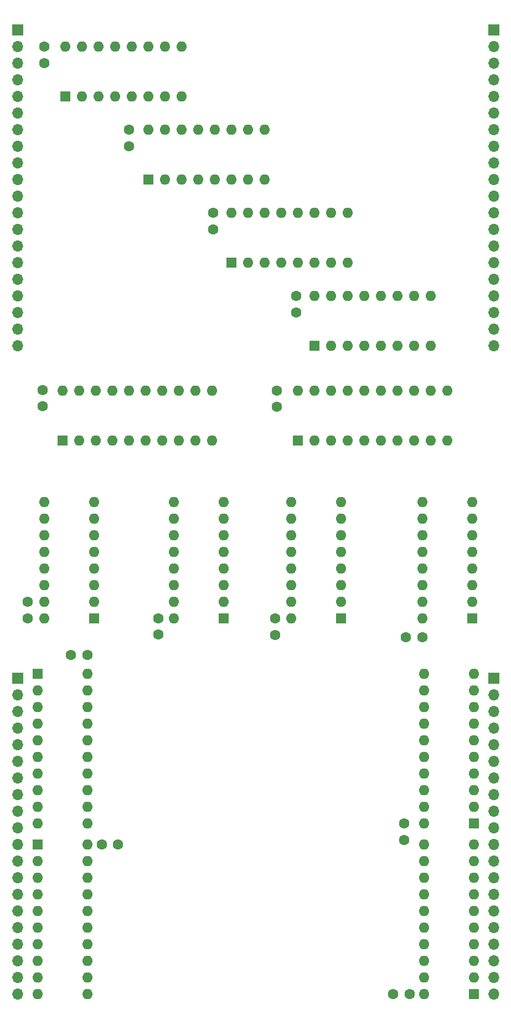
<source format=gbr>
%TF.GenerationSoftware,KiCad,Pcbnew,7.0.6-0*%
%TF.CreationDate,2023-08-04T10:28:54-07:00*%
%TF.ProjectId,V503,56353033-2e6b-4696-9361-645f70636258,rev?*%
%TF.SameCoordinates,Original*%
%TF.FileFunction,Soldermask,Bot*%
%TF.FilePolarity,Negative*%
%FSLAX46Y46*%
G04 Gerber Fmt 4.6, Leading zero omitted, Abs format (unit mm)*
G04 Created by KiCad (PCBNEW 7.0.6-0) date 2023-08-04 10:28:54*
%MOMM*%
%LPD*%
G01*
G04 APERTURE LIST*
%ADD10R,1.600000X1.600000*%
%ADD11O,1.600000X1.600000*%
%ADD12C,1.600000*%
%ADD13R,1.700000X1.700000*%
%ADD14O,1.700000X1.700000*%
G04 APERTURE END LIST*
D10*
%TO.C,U4*%
X56388000Y-53975000D03*
D11*
X58928000Y-53975000D03*
X61468000Y-53975000D03*
X64008000Y-53975000D03*
X66548000Y-53975000D03*
X69088000Y-53975000D03*
X71628000Y-53975000D03*
X74168000Y-53975000D03*
X74168000Y-46355000D03*
X71628000Y-46355000D03*
X69088000Y-46355000D03*
X66548000Y-46355000D03*
X64008000Y-46355000D03*
X61468000Y-46355000D03*
X58928000Y-46355000D03*
X56388000Y-46355000D03*
%TD*%
D10*
%TO.C,U3*%
X43307000Y-93853000D03*
D11*
X45847000Y-93853000D03*
X48387000Y-93853000D03*
X50927000Y-93853000D03*
X53467000Y-93853000D03*
X56007000Y-93853000D03*
X58547000Y-93853000D03*
X61087000Y-93853000D03*
X63627000Y-93853000D03*
X66167000Y-93853000D03*
X66167000Y-86233000D03*
X63627000Y-86233000D03*
X61087000Y-86233000D03*
X58547000Y-86233000D03*
X56007000Y-86233000D03*
X53467000Y-86233000D03*
X50927000Y-86233000D03*
X48387000Y-86233000D03*
X45847000Y-86233000D03*
X43307000Y-86233000D03*
%TD*%
D12*
%TO.C,C9*%
X78994000Y-71775000D03*
X78994000Y-74275000D03*
%TD*%
%TO.C,C5*%
X57912000Y-121031000D03*
X57912000Y-123531000D03*
%TD*%
D10*
%TO.C,U12*%
X39497000Y-155575000D03*
D11*
X39497000Y-158115000D03*
X39497000Y-160655000D03*
X39497000Y-163195000D03*
X39497000Y-165735000D03*
X39497000Y-168275000D03*
X39497000Y-170815000D03*
X39497000Y-173355000D03*
X39497000Y-175895000D03*
X39497000Y-178435000D03*
X47117000Y-178435000D03*
X47117000Y-175895000D03*
X47117000Y-173355000D03*
X47117000Y-170815000D03*
X47117000Y-168275000D03*
X47117000Y-165735000D03*
X47117000Y-163195000D03*
X47117000Y-160655000D03*
X47117000Y-158115000D03*
X47117000Y-155575000D03*
%TD*%
D12*
%TO.C,C7*%
X66294000Y-59075000D03*
X66294000Y-61575000D03*
%TD*%
D10*
%TO.C,U9*%
X81803000Y-79365000D03*
D11*
X84343000Y-79365000D03*
X86883000Y-79365000D03*
X89423000Y-79365000D03*
X91963000Y-79365000D03*
X94503000Y-79365000D03*
X97043000Y-79365000D03*
X99583000Y-79365000D03*
X99583000Y-71745000D03*
X97043000Y-71745000D03*
X94503000Y-71745000D03*
X91963000Y-71745000D03*
X89423000Y-71745000D03*
X86883000Y-71745000D03*
X84343000Y-71745000D03*
X81803000Y-71745000D03*
%TD*%
D10*
%TO.C,U6*%
X79248000Y-93853000D03*
D11*
X81788000Y-93853000D03*
X84328000Y-93853000D03*
X86868000Y-93853000D03*
X89408000Y-93853000D03*
X91948000Y-93853000D03*
X94488000Y-93853000D03*
X97028000Y-93853000D03*
X99568000Y-93853000D03*
X102108000Y-93853000D03*
X102108000Y-86233000D03*
X99568000Y-86233000D03*
X97028000Y-86233000D03*
X94488000Y-86233000D03*
X91948000Y-86233000D03*
X89408000Y-86233000D03*
X86868000Y-86233000D03*
X84328000Y-86233000D03*
X81788000Y-86233000D03*
X79248000Y-86233000D03*
%TD*%
D10*
%TO.C,U2*%
X48123000Y-121016000D03*
D11*
X48123000Y-118476000D03*
X48123000Y-115936000D03*
X48123000Y-113396000D03*
X48123000Y-110856000D03*
X48123000Y-108316000D03*
X48123000Y-105776000D03*
X48123000Y-103236000D03*
X40503000Y-103236000D03*
X40503000Y-105776000D03*
X40503000Y-108316000D03*
X40503000Y-110856000D03*
X40503000Y-113396000D03*
X40503000Y-115936000D03*
X40503000Y-118476000D03*
X40503000Y-121016000D03*
%TD*%
D10*
%TO.C,U1*%
X43688000Y-41275000D03*
D11*
X46228000Y-41275000D03*
X48768000Y-41275000D03*
X51308000Y-41275000D03*
X53848000Y-41275000D03*
X56388000Y-41275000D03*
X58928000Y-41275000D03*
X61468000Y-41275000D03*
X61468000Y-33655000D03*
X58928000Y-33655000D03*
X56388000Y-33655000D03*
X53848000Y-33655000D03*
X51308000Y-33655000D03*
X48768000Y-33655000D03*
X46228000Y-33655000D03*
X43688000Y-33655000D03*
%TD*%
D12*
%TO.C,C13*%
X95504000Y-152400000D03*
X95504000Y-154900000D03*
%TD*%
D10*
%TO.C,U7*%
X69103000Y-66665000D03*
D11*
X71643000Y-66665000D03*
X74183000Y-66665000D03*
X76723000Y-66665000D03*
X79263000Y-66665000D03*
X81803000Y-66665000D03*
X84343000Y-66665000D03*
X86883000Y-66665000D03*
X86883000Y-59045000D03*
X84343000Y-59045000D03*
X81803000Y-59045000D03*
X79263000Y-59045000D03*
X76723000Y-59045000D03*
X74183000Y-59045000D03*
X71643000Y-59045000D03*
X69103000Y-59045000D03*
%TD*%
D10*
%TO.C,U5*%
X67945000Y-121031000D03*
D11*
X67945000Y-118491000D03*
X67945000Y-115951000D03*
X67945000Y-113411000D03*
X67945000Y-110871000D03*
X67945000Y-108331000D03*
X67945000Y-105791000D03*
X67945000Y-103251000D03*
X60325000Y-103251000D03*
X60325000Y-105791000D03*
X60325000Y-108331000D03*
X60325000Y-110871000D03*
X60325000Y-113411000D03*
X60325000Y-115951000D03*
X60325000Y-118491000D03*
X60325000Y-121031000D03*
%TD*%
D12*
%TO.C,C14*%
X96373000Y-178435000D03*
X93873000Y-178435000D03*
%TD*%
D10*
%TO.C,U10*%
X105918000Y-121031000D03*
D11*
X105918000Y-118491000D03*
X105918000Y-115951000D03*
X105918000Y-113411000D03*
X105918000Y-110871000D03*
X105918000Y-108331000D03*
X105918000Y-105791000D03*
X105918000Y-103251000D03*
X98298000Y-103251000D03*
X98298000Y-105791000D03*
X98298000Y-108331000D03*
X98298000Y-110871000D03*
X98298000Y-113411000D03*
X98298000Y-115951000D03*
X98298000Y-118491000D03*
X98298000Y-121031000D03*
%TD*%
D12*
%TO.C,C3*%
X40259000Y-86126000D03*
X40259000Y-88626000D03*
%TD*%
%TO.C,C11*%
X47097000Y-126619000D03*
X44597000Y-126619000D03*
%TD*%
%TO.C,C8*%
X75819000Y-121051000D03*
X75819000Y-123551000D03*
%TD*%
D13*
%TO.C,J1*%
X36449000Y-31115000D03*
D14*
X36449000Y-33655000D03*
X36449000Y-36195000D03*
X36449000Y-38735000D03*
X36449000Y-41275000D03*
X36449000Y-43815000D03*
X36449000Y-46355000D03*
X36449000Y-48895000D03*
X36449000Y-51435000D03*
X36449000Y-53975000D03*
X36449000Y-56515000D03*
X36449000Y-59055000D03*
X36449000Y-61595000D03*
X36449000Y-64135000D03*
X36449000Y-66675000D03*
X36449000Y-69215000D03*
X36449000Y-71755000D03*
X36449000Y-74295000D03*
X36449000Y-76835000D03*
X36449000Y-79375000D03*
%TD*%
D12*
%TO.C,C6*%
X76073000Y-86233000D03*
X76073000Y-88733000D03*
%TD*%
D13*
%TO.C,J2*%
X109220000Y-31115000D03*
D14*
X109220000Y-33655000D03*
X109220000Y-36195000D03*
X109220000Y-38735000D03*
X109220000Y-41275000D03*
X109220000Y-43815000D03*
X109220000Y-46355000D03*
X109220000Y-48895000D03*
X109220000Y-51435000D03*
X109220000Y-53975000D03*
X109220000Y-56515000D03*
X109220000Y-59055000D03*
X109220000Y-61595000D03*
X109220000Y-64135000D03*
X109220000Y-66675000D03*
X109220000Y-69215000D03*
X109220000Y-71755000D03*
X109220000Y-74295000D03*
X109220000Y-76835000D03*
X109220000Y-79375000D03*
%TD*%
D10*
%TO.C,U11*%
X39497000Y-129540000D03*
D11*
X39497000Y-132080000D03*
X39497000Y-134620000D03*
X39497000Y-137160000D03*
X39497000Y-139700000D03*
X39497000Y-142240000D03*
X39497000Y-144780000D03*
X39497000Y-147320000D03*
X39497000Y-149860000D03*
X39497000Y-152400000D03*
X47117000Y-152400000D03*
X47117000Y-149860000D03*
X47117000Y-147320000D03*
X47117000Y-144780000D03*
X47117000Y-142240000D03*
X47117000Y-139700000D03*
X47117000Y-137160000D03*
X47117000Y-134620000D03*
X47117000Y-132080000D03*
X47117000Y-129540000D03*
%TD*%
D13*
%TO.C,J4*%
X109220000Y-130175000D03*
D14*
X109220000Y-132715000D03*
X109220000Y-135255000D03*
X109220000Y-137795000D03*
X109220000Y-140335000D03*
X109220000Y-142875000D03*
X109220000Y-145415000D03*
X109220000Y-147955000D03*
X109220000Y-150495000D03*
X109220000Y-153035000D03*
X109220000Y-155575000D03*
X109220000Y-158115000D03*
X109220000Y-160655000D03*
X109220000Y-163195000D03*
X109220000Y-165735000D03*
X109220000Y-168275000D03*
X109220000Y-170815000D03*
X109220000Y-173355000D03*
X109220000Y-175895000D03*
X109220000Y-178435000D03*
%TD*%
D12*
%TO.C,C1*%
X40513000Y-33695000D03*
X40513000Y-36195000D03*
%TD*%
%TO.C,C12*%
X49276000Y-155575000D03*
X51776000Y-155575000D03*
%TD*%
D10*
%TO.C,U8*%
X85852000Y-121031000D03*
D11*
X85852000Y-118491000D03*
X85852000Y-115951000D03*
X85852000Y-113411000D03*
X85852000Y-110871000D03*
X85852000Y-108331000D03*
X85852000Y-105791000D03*
X85852000Y-103251000D03*
X78232000Y-103251000D03*
X78232000Y-105791000D03*
X78232000Y-108331000D03*
X78232000Y-110871000D03*
X78232000Y-113411000D03*
X78232000Y-115951000D03*
X78232000Y-118491000D03*
X78232000Y-121031000D03*
%TD*%
D12*
%TO.C,C4*%
X53467000Y-46375000D03*
X53467000Y-48875000D03*
%TD*%
D10*
%TO.C,U13*%
X106172000Y-152400000D03*
D11*
X106172000Y-149860000D03*
X106172000Y-147320000D03*
X106172000Y-144780000D03*
X106172000Y-142240000D03*
X106172000Y-139700000D03*
X106172000Y-137160000D03*
X106172000Y-134620000D03*
X106172000Y-132080000D03*
X106172000Y-129540000D03*
X98552000Y-129540000D03*
X98552000Y-132080000D03*
X98552000Y-134620000D03*
X98552000Y-137160000D03*
X98552000Y-139700000D03*
X98552000Y-142240000D03*
X98552000Y-144780000D03*
X98552000Y-147320000D03*
X98552000Y-149860000D03*
X98552000Y-152400000D03*
%TD*%
D12*
%TO.C,C2*%
X37973000Y-121011000D03*
X37973000Y-118511000D03*
%TD*%
D13*
%TO.C,J3*%
X36449000Y-130175000D03*
D14*
X36449000Y-132715000D03*
X36449000Y-135255000D03*
X36449000Y-137795000D03*
X36449000Y-140335000D03*
X36449000Y-142875000D03*
X36449000Y-145415000D03*
X36449000Y-147955000D03*
X36449000Y-150495000D03*
X36449000Y-153035000D03*
X36449000Y-155575000D03*
X36449000Y-158115000D03*
X36449000Y-160655000D03*
X36449000Y-163195000D03*
X36449000Y-165735000D03*
X36449000Y-168275000D03*
X36449000Y-170815000D03*
X36449000Y-173355000D03*
X36449000Y-175895000D03*
X36449000Y-178435000D03*
%TD*%
D10*
%TO.C,U14*%
X106172000Y-178435000D03*
D11*
X106172000Y-175895000D03*
X106172000Y-173355000D03*
X106172000Y-170815000D03*
X106172000Y-168275000D03*
X106172000Y-165735000D03*
X106172000Y-163195000D03*
X106172000Y-160655000D03*
X106172000Y-158115000D03*
X106172000Y-155575000D03*
X98552000Y-155575000D03*
X98552000Y-158115000D03*
X98552000Y-160655000D03*
X98552000Y-163195000D03*
X98552000Y-165735000D03*
X98552000Y-168275000D03*
X98552000Y-170815000D03*
X98552000Y-173355000D03*
X98552000Y-175895000D03*
X98552000Y-178435000D03*
%TD*%
D12*
%TO.C,C10*%
X98308800Y-123926600D03*
X95808800Y-123926600D03*
%TD*%
M02*

</source>
